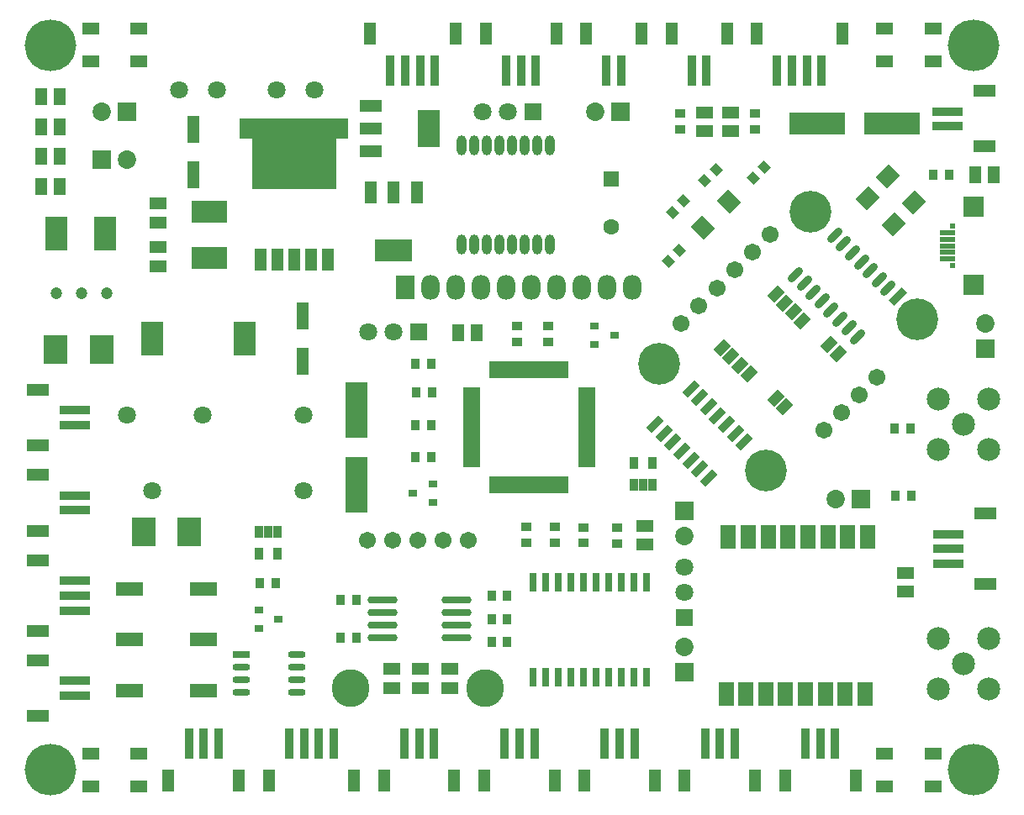
<source format=gts>
G04*
G04 #@! TF.GenerationSoftware,Altium Limited,Altium Designer,21.2.2 (38)*
G04*
G04 Layer_Color=8388736*
%FSTAX24Y24*%
%MOIN*%
G70*
G04*
G04 #@! TF.SameCoordinates,E8B1D116-6B3C-4CC1-BC5D-0A1EC4A5AECB*
G04*
G04*
G04 #@! TF.FilePolarity,Negative*
G04*
G01*
G75*
%ADD63R,0.0356X0.0316*%
%ADD64R,0.0290X0.0750*%
%ADD65R,0.0415X0.0336*%
%ADD66R,0.0336X0.0415*%
G04:AMPARAMS|DCode=67|XSize=68mil|YSize=29mil|CornerRadius=0mil|HoleSize=0mil|Usage=FLASHONLY|Rotation=225.000|XOffset=0mil|YOffset=0mil|HoleType=Round|Shape=Rectangle|*
%AMROTATEDRECTD67*
4,1,4,0.0138,0.0343,0.0343,0.0138,-0.0138,-0.0343,-0.0343,-0.0138,0.0138,0.0343,0.0*
%
%ADD67ROTATEDRECTD67*%

%ADD68O,0.1182X0.0297*%
G04:AMPARAMS|DCode=69|XSize=41.5mil|YSize=33.6mil|CornerRadius=0mil|HoleSize=0mil|Usage=FLASHONLY|Rotation=315.000|XOffset=0mil|YOffset=0mil|HoleType=Round|Shape=Rectangle|*
%AMROTATEDRECTD69*
4,1,4,-0.0265,0.0028,-0.0028,0.0265,0.0265,-0.0028,0.0028,-0.0265,-0.0265,0.0028,0.0*
%
%ADD69ROTATEDRECTD69*%

G04:AMPARAMS|DCode=70|XSize=58mil|YSize=37.9mil|CornerRadius=0mil|HoleSize=0mil|Usage=FLASHONLY|Rotation=225.000|XOffset=0mil|YOffset=0mil|HoleType=Round|Shape=Rectangle|*
%AMROTATEDRECTD70*
4,1,4,0.0071,0.0339,0.0339,0.0071,-0.0071,-0.0339,-0.0339,-0.0071,0.0071,0.0339,0.0*
%
%ADD70ROTATEDRECTD70*%

%ADD71R,0.0690X0.0198*%
%ADD72R,0.0198X0.0690*%
%ADD73R,0.0474X0.0651*%
G04:AMPARAMS|DCode=74|XSize=71.8mil|YSize=61.9mil|CornerRadius=0mil|HoleSize=0mil|Usage=FLASHONLY|Rotation=45.000|XOffset=0mil|YOffset=0mil|HoleType=Round|Shape=Rectangle|*
%AMROTATEDRECTD74*
4,1,4,-0.0035,-0.0473,-0.0473,-0.0035,0.0035,0.0473,0.0473,0.0035,-0.0035,-0.0473,0.0*
%
%ADD74ROTATEDRECTD74*%

%ADD75R,0.0651X0.0474*%
G04:AMPARAMS|DCode=76|XSize=73mil|YSize=29.7mil|CornerRadius=0mil|HoleSize=0mil|Usage=FLASHONLY|Rotation=225.000|XOffset=0mil|YOffset=0mil|HoleType=Round|Shape=Round|*
%AMOVALD76*
21,1,0.0433,0.0297,0.0000,0.0000,225.0*
1,1,0.0297,0.0153,0.0153*
1,1,0.0297,-0.0153,-0.0153*
%
%ADD76OVALD76*%

G04:AMPARAMS|DCode=77|XSize=73mil|YSize=29.7mil|CornerRadius=0mil|HoleSize=0mil|Usage=FLASHONLY|Rotation=225.000|XOffset=0mil|YOffset=0mil|HoleType=Round|Shape=Rectangle|*
%AMROTATEDRECTD77*
4,1,4,0.0153,0.0363,0.0363,0.0153,-0.0153,-0.0363,-0.0363,-0.0153,0.0153,0.0363,0.0*
%
%ADD77ROTATEDRECTD77*%

%ADD78R,0.0611X0.0218*%
%ADD79R,0.0828X0.0828*%
%ADD80R,0.2245X0.0867*%
%ADD81R,0.0867X0.1379*%
%ADD82R,0.0513X0.0867*%
%ADD83R,0.0356X0.1222*%
%ADD84R,0.1064X0.0552*%
%ADD85R,0.1415X0.0852*%
%ADD86R,0.0867X0.0513*%
%ADD87R,0.1222X0.0356*%
%ADD88R,0.0671X0.0474*%
%ADD89R,0.0336X0.0497*%
%ADD90R,0.0631X0.0946*%
%ADD91O,0.0395X0.0789*%
G04:AMPARAMS|DCode=92|XSize=71.8mil|YSize=61.9mil|CornerRadius=0mil|HoleSize=0mil|Usage=FLASHONLY|Rotation=315.000|XOffset=0mil|YOffset=0mil|HoleType=Round|Shape=Rectangle|*
%AMROTATEDRECTD92*
4,1,4,-0.0473,0.0035,-0.0035,0.0473,0.0473,-0.0035,0.0035,-0.0473,-0.0473,0.0035,0.0*
%
%ADD92ROTATEDRECTD92*%

%ADD93R,0.0867X0.2245*%
%ADD94R,0.3320X0.2792*%
%ADD95R,0.0461X0.0890*%
%ADD96R,0.0867X0.1340*%
%ADD97R,0.0474X0.1104*%
%ADD98R,0.0867X0.1458*%
%ADD99R,0.0867X0.0474*%
%ADD100R,0.1458X0.0867*%
%ADD101R,0.0474X0.0867*%
%ADD102R,0.0946X0.1182*%
%ADD103R,0.0710X0.0297*%
%ADD104O,0.0710X0.0297*%
%ADD105C,0.0907*%
%ADD106C,0.0710*%
%ADD107R,0.0710X0.0710*%
%ADD108O,0.0730X0.0980*%
%ADD109R,0.0730X0.0980*%
%ADD110C,0.1655*%
%ADD111C,0.0671*%
%ADD112C,0.0631*%
%ADD113R,0.0631X0.0631*%
%ADD114C,0.0730*%
%ADD115R,0.0730X0.0730*%
%ADD116C,0.0237*%
%ADD117C,0.1497*%
%ADD118C,0.2049*%
%ADD119R,0.0730X0.0730*%
%ADD120R,0.0710X0.0710*%
%ADD121C,0.0474*%
G36*
X019528Y037218D02*
X018897D01*
Y036426D01*
X019528D01*
Y037218D01*
D02*
G37*
G36*
X023189D02*
X022598D01*
Y036426D01*
X023189D01*
Y037218D01*
D02*
G37*
D63*
X032953Y028996D02*
D03*
Y028248D02*
D03*
X03374Y028622D02*
D03*
X026555Y021969D02*
D03*
Y022717D02*
D03*
X025768Y022343D02*
D03*
X020433Y017343D02*
D03*
X019646Y016968D02*
D03*
Y017717D02*
D03*
D64*
X035031Y018819D02*
D03*
X034532D02*
D03*
X034032D02*
D03*
X033531D02*
D03*
X033031D02*
D03*
X032531D02*
D03*
X032032D02*
D03*
X031532D02*
D03*
X031031D02*
D03*
X030531D02*
D03*
Y015059D02*
D03*
X031031D02*
D03*
X031532D02*
D03*
X032032D02*
D03*
X032531D02*
D03*
X033031D02*
D03*
X033531D02*
D03*
X034032D02*
D03*
X034532D02*
D03*
X035031D02*
D03*
D65*
X03252Y020368D02*
D03*
Y020998D02*
D03*
X029882Y028346D02*
D03*
Y028976D02*
D03*
X031122Y028346D02*
D03*
Y028976D02*
D03*
X036339Y036772D02*
D03*
Y037402D02*
D03*
X039331Y036772D02*
D03*
Y037402D02*
D03*
X031398Y020394D02*
D03*
Y021024D02*
D03*
X030256Y020394D02*
D03*
Y021024D02*
D03*
X033839Y020354D02*
D03*
Y020984D02*
D03*
D66*
X023524Y018132D02*
D03*
X022894D02*
D03*
X044882Y022244D02*
D03*
X045512D02*
D03*
X026476Y023799D02*
D03*
X025846D02*
D03*
X026496Y025039D02*
D03*
X025866D02*
D03*
X026516Y026339D02*
D03*
X025886D02*
D03*
X026496Y0275D02*
D03*
X025866D02*
D03*
X047008Y035D02*
D03*
X046378D02*
D03*
X045472Y024921D02*
D03*
X044843D02*
D03*
X02887Y016457D02*
D03*
X0295D02*
D03*
X023524Y016632D02*
D03*
X022894D02*
D03*
X0295Y018268D02*
D03*
X02887D02*
D03*
X0295Y017362D02*
D03*
X02887D02*
D03*
X020315Y018799D02*
D03*
X019685D02*
D03*
D67*
X035361Y025079D02*
D03*
X038896Y024372D02*
D03*
X038543Y024725D02*
D03*
X038189Y025079D02*
D03*
X037835Y025432D02*
D03*
X037482Y025786D02*
D03*
X037128Y026139D02*
D03*
X036775Y026493D02*
D03*
X035714Y024725D02*
D03*
X036068Y024372D02*
D03*
X036421Y024018D02*
D03*
X036775Y023665D02*
D03*
X037128Y023311D02*
D03*
X037482Y022957D02*
D03*
D68*
X0275Y016632D02*
D03*
Y017132D02*
D03*
Y017632D02*
D03*
Y018132D02*
D03*
X024547Y016632D02*
D03*
Y017132D02*
D03*
Y017632D02*
D03*
Y018132D02*
D03*
D69*
X039697Y035288D02*
D03*
X039252Y034843D02*
D03*
X036496Y033937D02*
D03*
X036051Y033492D02*
D03*
X03588Y031549D02*
D03*
X036325Y031994D02*
D03*
X037336Y034738D02*
D03*
X037782Y035183D02*
D03*
D70*
X038722Y027424D02*
D03*
X040844Y029545D02*
D03*
X039076Y02707D02*
D03*
X041197Y029192D02*
D03*
X038369Y027778D02*
D03*
X04049Y029899D02*
D03*
X038015Y028131D02*
D03*
X040137Y030252D02*
D03*
X040141Y026124D02*
D03*
X042262Y028245D02*
D03*
X040494Y02577D02*
D03*
X042615Y027892D02*
D03*
D71*
X028071Y026043D02*
D03*
Y025059D02*
D03*
Y024862D02*
D03*
Y024665D02*
D03*
Y024469D02*
D03*
Y024272D02*
D03*
Y024075D02*
D03*
Y023878D02*
D03*
Y025256D02*
D03*
Y025453D02*
D03*
Y02565D02*
D03*
Y025846D02*
D03*
Y026437D02*
D03*
Y02624D02*
D03*
Y023681D02*
D03*
Y023484D02*
D03*
X032638Y025059D02*
D03*
Y024862D02*
D03*
Y023878D02*
D03*
Y024075D02*
D03*
Y024272D02*
D03*
Y024469D02*
D03*
Y024665D02*
D03*
Y025256D02*
D03*
Y025453D02*
D03*
Y02565D02*
D03*
Y025846D02*
D03*
Y026043D02*
D03*
Y02624D02*
D03*
Y026437D02*
D03*
Y023681D02*
D03*
Y023484D02*
D03*
D72*
X030453Y027244D02*
D03*
X030256D02*
D03*
X028878D02*
D03*
X029075D02*
D03*
X029272D02*
D03*
X029469D02*
D03*
X029665D02*
D03*
X03065D02*
D03*
X030846D02*
D03*
X031043D02*
D03*
X03124D02*
D03*
X031437D02*
D03*
X029862D02*
D03*
X031831D02*
D03*
X031634D02*
D03*
X030059D02*
D03*
Y022677D02*
D03*
X030846D02*
D03*
X031043D02*
D03*
X03124D02*
D03*
X031437D02*
D03*
X031634D02*
D03*
X031831D02*
D03*
X030256D02*
D03*
X029862D02*
D03*
X029665D02*
D03*
X029469D02*
D03*
X029272D02*
D03*
X029075D02*
D03*
X030453D02*
D03*
X03065D02*
D03*
X028878D02*
D03*
D73*
X028287Y028701D02*
D03*
X027539D02*
D03*
X048051Y035D02*
D03*
X048799D02*
D03*
X011004Y03689D02*
D03*
X011752D02*
D03*
X011004Y038071D02*
D03*
X011752D02*
D03*
X011004Y034528D02*
D03*
X011752D02*
D03*
Y035709D02*
D03*
X011004D02*
D03*
D74*
X043775Y03406D02*
D03*
X044808Y033027D02*
D03*
X045635Y033893D02*
D03*
X044602Y034926D02*
D03*
D75*
X038346Y036713D02*
D03*
Y037461D02*
D03*
X037323D02*
D03*
Y036713D02*
D03*
X045276Y019193D02*
D03*
Y018445D02*
D03*
X027205Y014626D02*
D03*
Y015374D02*
D03*
X026063D02*
D03*
Y014626D02*
D03*
X024921Y015374D02*
D03*
Y014626D02*
D03*
X034957Y020313D02*
D03*
Y021061D02*
D03*
X01565Y031358D02*
D03*
Y032106D02*
D03*
Y033839D02*
D03*
Y033091D02*
D03*
D76*
X040916Y031029D02*
D03*
X041623Y030322D02*
D03*
X041977Y029968D02*
D03*
X042331Y029615D02*
D03*
X042684Y029261D02*
D03*
X043038Y028908D02*
D03*
X043391Y028554D02*
D03*
X04127Y030675D02*
D03*
X044247Y030824D02*
D03*
X0446Y03047D02*
D03*
X042479Y032592D02*
D03*
X042832Y032238D02*
D03*
X043186Y031885D02*
D03*
X04354Y031531D02*
D03*
X043893Y031177D02*
D03*
D77*
X044989Y030152D02*
D03*
D78*
X046939Y032677D02*
D03*
Y032421D02*
D03*
Y032165D02*
D03*
Y031909D02*
D03*
Y031654D02*
D03*
D79*
X047992Y03061D02*
D03*
Y03372D02*
D03*
D80*
X041791Y037008D02*
D03*
X044744D02*
D03*
D81*
X013563Y032657D02*
D03*
X011634D02*
D03*
D82*
X024055Y040571D02*
D03*
X027441D02*
D03*
X036004D02*
D03*
X038209D02*
D03*
X043307Y010945D02*
D03*
X040512D02*
D03*
X03939Y040571D02*
D03*
X042776D02*
D03*
X023425Y010945D02*
D03*
X020039D02*
D03*
X036535D02*
D03*
X039331D02*
D03*
X032559D02*
D03*
X035354D02*
D03*
X028583Y010945D02*
D03*
X031378D02*
D03*
X024606Y010945D02*
D03*
X027402D02*
D03*
X016063Y010945D02*
D03*
X018858D02*
D03*
X034823Y040571D02*
D03*
X032618D02*
D03*
X031437Y040583D02*
D03*
X028642D02*
D03*
D83*
X024862Y039114D02*
D03*
X026634Y039114D02*
D03*
X026043D02*
D03*
X025453Y039114D02*
D03*
X036811Y039114D02*
D03*
X037402D02*
D03*
X0425Y012402D02*
D03*
X041909Y012402D02*
D03*
X041319D02*
D03*
X040197Y039114D02*
D03*
X041968Y039114D02*
D03*
X041378D02*
D03*
X040787Y039114D02*
D03*
X022618Y012402D02*
D03*
X020846Y012402D02*
D03*
X021437D02*
D03*
X022028Y012402D02*
D03*
X037343Y012402D02*
D03*
X037933D02*
D03*
X038524Y012402D02*
D03*
X033366Y012402D02*
D03*
X033957D02*
D03*
X034547Y012402D02*
D03*
X02939D02*
D03*
X02998D02*
D03*
X030571Y012402D02*
D03*
X025413Y012402D02*
D03*
X026004D02*
D03*
X026594Y012402D02*
D03*
X01687D02*
D03*
X017461D02*
D03*
X018051Y012402D02*
D03*
X034016Y039114D02*
D03*
X033425D02*
D03*
X03063Y039126D02*
D03*
X030039D02*
D03*
X029449Y039126D02*
D03*
D84*
X017461Y014508D02*
D03*
X014508D02*
D03*
X014508Y018563D02*
D03*
X017461D02*
D03*
X014508Y016555D02*
D03*
X017461D02*
D03*
D85*
X017677Y033504D02*
D03*
Y031693D02*
D03*
D86*
X010886Y023071D02*
D03*
Y020866D02*
D03*
Y026457D02*
D03*
Y024252D02*
D03*
X048445Y01874D02*
D03*
Y021535D02*
D03*
X048425Y036102D02*
D03*
Y038307D02*
D03*
X010886Y019685D02*
D03*
Y01689D02*
D03*
Y015709D02*
D03*
Y013504D02*
D03*
D87*
X012343Y022264D02*
D03*
Y021673D02*
D03*
Y02565D02*
D03*
Y025059D02*
D03*
X046988Y019547D02*
D03*
Y020138D02*
D03*
X046988Y020728D02*
D03*
X046968Y036909D02*
D03*
Y0375D02*
D03*
X012343Y018878D02*
D03*
Y018287D02*
D03*
X012343Y017697D02*
D03*
X012343Y014902D02*
D03*
Y014311D02*
D03*
D88*
X046398Y039469D02*
D03*
X044468D02*
D03*
X046398Y040768D02*
D03*
X044468D02*
D03*
X014902Y039469D02*
D03*
X012972D02*
D03*
X014902Y040768D02*
D03*
X012972D02*
D03*
X014902Y010728D02*
D03*
X012972D02*
D03*
X014902Y012028D02*
D03*
X012972D02*
D03*
X044468D02*
D03*
X046398D02*
D03*
X044468Y010728D02*
D03*
X046398D02*
D03*
D89*
X035256Y022677D02*
D03*
Y023543D02*
D03*
X034882Y022677D02*
D03*
X034508D02*
D03*
Y023543D02*
D03*
X019646Y020807D02*
D03*
Y019941D02*
D03*
X02002Y020807D02*
D03*
X020394D02*
D03*
Y019941D02*
D03*
D90*
X042992Y02063D02*
D03*
X04378D02*
D03*
X042205D02*
D03*
X041417D02*
D03*
X04063D02*
D03*
X039843D02*
D03*
X039055D02*
D03*
X038268D02*
D03*
X042895Y014392D02*
D03*
X043682D02*
D03*
X042108D02*
D03*
X04132D02*
D03*
X040533D02*
D03*
X039745D02*
D03*
X038958D02*
D03*
X03817D02*
D03*
D91*
X031199Y036142D02*
D03*
X030699D02*
D03*
X030199D02*
D03*
X029699D02*
D03*
X029199D02*
D03*
X028699D02*
D03*
X028199D02*
D03*
X027699D02*
D03*
X031199Y032205D02*
D03*
X030699D02*
D03*
X030199D02*
D03*
X029699D02*
D03*
X029199D02*
D03*
X028699D02*
D03*
X028199D02*
D03*
X027699D02*
D03*
D92*
X038272Y033902D02*
D03*
X037239Y032869D02*
D03*
D93*
X023504Y022697D02*
D03*
Y02565D02*
D03*
D94*
X021043Y035822D02*
D03*
D95*
X022382Y031619D02*
D03*
X021713D02*
D03*
X021045D02*
D03*
X020374D02*
D03*
X019705D02*
D03*
D96*
X019075Y028484D02*
D03*
X015413D02*
D03*
D97*
X017047Y036791D02*
D03*
Y03498D02*
D03*
X021378Y02939D02*
D03*
Y027579D02*
D03*
D98*
X026398Y036806D02*
D03*
D99*
X024075Y035901D02*
D03*
Y036806D02*
D03*
Y037712D02*
D03*
D100*
X025Y031969D02*
D03*
D101*
X024094Y034291D02*
D03*
X025D02*
D03*
X025906D02*
D03*
D102*
X015079Y020807D02*
D03*
X01689D02*
D03*
X013406Y028051D02*
D03*
X011594D02*
D03*
D103*
X018955Y01595D02*
D03*
D104*
X018955Y01445D02*
D03*
Y01545D02*
D03*
Y01495D02*
D03*
X021165Y01595D02*
D03*
Y01545D02*
D03*
Y01495D02*
D03*
Y01445D02*
D03*
D105*
X047579Y025079D02*
D03*
X046579Y026079D02*
D03*
Y024079D02*
D03*
X048579D02*
D03*
Y026079D02*
D03*
Y016591D02*
D03*
Y014591D02*
D03*
X046579D02*
D03*
Y016591D02*
D03*
X047579Y015591D02*
D03*
D106*
X024Y02874D02*
D03*
X025D02*
D03*
X021433Y025457D02*
D03*
X015433Y022457D02*
D03*
X014433Y025457D02*
D03*
X017433D02*
D03*
X021433Y022457D02*
D03*
X029528Y03748D02*
D03*
X028528D02*
D03*
X036535Y018409D02*
D03*
Y019409D02*
D03*
X017996Y038346D02*
D03*
X016496D02*
D03*
X021858D02*
D03*
X020358D02*
D03*
D107*
X026Y02874D02*
D03*
X030528Y03748D02*
D03*
D108*
X032465Y030512D02*
D03*
X030465D02*
D03*
X028465D02*
D03*
X027465D02*
D03*
X026465D02*
D03*
X029465D02*
D03*
X031465D02*
D03*
X033465D02*
D03*
X034465D02*
D03*
D109*
X025465D02*
D03*
D110*
X04576Y029262D02*
D03*
X041517Y033505D02*
D03*
X039749Y023252D02*
D03*
X035507Y027494D02*
D03*
D111*
X039926Y032621D02*
D03*
X03639Y029085D02*
D03*
X037097Y029792D02*
D03*
X037805Y030499D02*
D03*
X038512Y031206D02*
D03*
X039219Y031914D02*
D03*
X042047Y024843D02*
D03*
X042754Y02555D02*
D03*
X043461Y026257D02*
D03*
X044169Y026964D02*
D03*
X025949Y020492D02*
D03*
X026949D02*
D03*
X024949D02*
D03*
X023949D02*
D03*
X027949D02*
D03*
D112*
X033622Y032913D02*
D03*
D113*
Y034803D02*
D03*
D114*
X048465Y029083D02*
D03*
X036535Y020642D02*
D03*
X042531Y022126D02*
D03*
X036535Y016248D02*
D03*
X032992Y03748D02*
D03*
X013406D02*
D03*
X014417Y035571D02*
D03*
D115*
X048465Y028083D02*
D03*
X036535Y021642D02*
D03*
Y015248D02*
D03*
D116*
X047146Y032953D02*
D03*
Y031378D02*
D03*
D117*
X023272Y014626D02*
D03*
X028626D02*
D03*
D118*
X047992Y040118D02*
D03*
Y011378D02*
D03*
X011378D02*
D03*
X011378Y040118D02*
D03*
D119*
X043531Y022126D02*
D03*
X033992Y03748D02*
D03*
X014406D02*
D03*
X013417Y035571D02*
D03*
D120*
X036535Y017409D02*
D03*
D121*
X013618Y030276D02*
D03*
X012618D02*
D03*
X011618D02*
D03*
M02*

</source>
